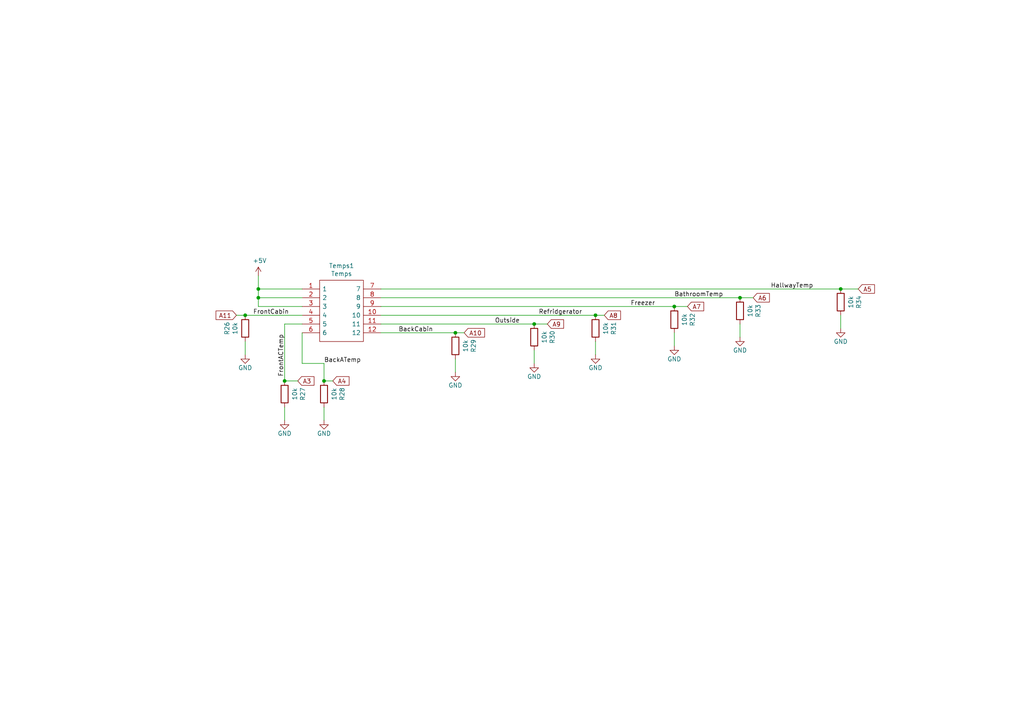
<source format=kicad_sch>
(kicad_sch (version 20231120) (generator "eeschema") (generator_version "8.0")
  (paper "A4")
  (lib_symbols
    (symbol "Device:R" (pin_numbers hide) (pin_names (offset 0))
      (property "Reference" "R" (at 2.032 0 90))
      (property "Value" "R" (at 0 0 90))
      (symbol "R_0_1"
        (rectangle (start -1.016 -2.54) (end 1.016 2.54) (stroke (width 0.254)))
      )
      (symbol "R_1_1"
        (pin passive line (at 0 3.81 270) (length 1.27) (name "~") (number "1"))
        (pin passive line (at 0 -3.81 90) (length 1.27) (name "~") (number "2"))
      )
    )
    (symbol "SamacSys_Parts:1727751" (pin_names (offset 0.762))
      (property "Reference" "J" (at 19.05 7.62 0))
      (property "Value" "SamacSys_Parts_1727751" (at 19.05 5.08 0))
      (symbol "1727751_0_0"
        (pin passive line (at 0 0 0) (length 5.08) (name "1") (number "1"))
        (pin passive line (at 22.86 -7.62 180) (length 5.08) (name "10") (number "10"))
        (pin passive line (at 22.86 -10.16 180) (length 5.08) (name "11") (number "11"))
        (pin passive line (at 22.86 -12.7 180) (length 5.08) (name "12") (number "12"))
        (pin passive line (at 0 -2.54 0) (length 5.08) (name "2") (number "2"))
        (pin passive line (at 0 -5.08 0) (length 5.08) (name "3") (number "3"))
        (pin passive line (at 0 -7.62 0) (length 5.08) (name "4") (number "4"))
        (pin passive line (at 0 -10.16 0) (length 5.08) (name "5") (number "5"))
        (pin passive line (at 0 -12.7 0) (length 5.08) (name "6") (number "6"))
        (pin passive line (at 22.86 0 180) (length 5.08) (name "7") (number "7"))
        (pin passive line (at 22.86 -2.54 180) (length 5.08) (name "8") (number "8"))
        (pin passive line (at 22.86 -5.08 180) (length 5.08) (name "9") (number "9"))
      )
      (symbol "1727751_0_1"
        (polyline (pts (xy 5.08 2.54) (xy 17.78 2.54) (xy 17.78 -15.24) (xy 5.08 -15.24) (xy 5.08 2.54)) (stroke (width 0.1524)))
      )
    )
    (symbol "power:+5V" (power) (pin_names (offset 0))
      (property "Value" "+5V" (at 0 3.556 0))
      (symbol "+5V_0_1"
        (polyline (pts (xy -0.762 1.27) (xy 0 2.54)))
        (polyline (pts (xy 0 0) (xy 0 2.54)))
        (polyline (pts (xy 0 2.54) (xy 0.762 1.27)))
      )
      (symbol "+5V_1_1"
        (pin power_in line (at 0 0 90) (length 0) hide (name "+5V") (number "1"))
      )
    )
    (symbol "power:GND" (power) (pin_names (offset 0))
      (property "Value" "GND" (at 0 -3.81 0))
      (symbol "GND_0_1"
        (polyline (pts (xy 0 0) (xy 0 -1.27) (xy 1.27 -1.27) (xy 0 -2.54) (xy -1.27 -1.27) (xy 0 -1.27)))
      )
      (symbol "GND_1_1"
        (pin power_in line (at 0 0 270) (length 0) hide (name "GND") (number "1"))
      )
    )
  )
  (junction (at 82.55 110.49))
  (junction (at 154.94 93.98))
  (junction (at 74.93 83.82))
  (junction (at 243.84 83.82))
  (junction (at 74.93 86.36))
  (junction (at 93.98 110.49))
  (junction (at 172.72 91.44))
  (junction (at 71.12 91.44))
  (junction (at 132.08 96.52))
  (junction (at 195.58 88.9))
  (junction (at 214.63 86.36))
  (wire (pts (xy 87.63 88.9) (xy 74.93 88.9)))
  (wire (pts (xy 74.93 88.9) (xy 74.93 86.36)))
  (wire (pts (xy 71.12 91.44) (xy 87.63 91.44)))
  (wire (pts (xy 110.49 93.98) (xy 154.94 93.98)))
  (wire (pts (xy 110.49 88.9) (xy 195.58 88.9)))
  (wire (pts (xy 243.84 83.82) (xy 248.92 83.82)))
  (wire (pts (xy 132.08 96.52) (xy 134.62 96.52)))
  (wire (pts (xy 74.93 83.82) (xy 87.63 83.82)))
  (wire (pts (xy 195.58 100.33) (xy 195.58 96.52)))
  (wire (pts (xy 82.55 93.98) (xy 87.63 93.98)))
  (wire (pts (xy 195.58 88.9) (xy 199.39 88.9)))
  (wire (pts (xy 74.93 86.36) (xy 74.93 83.82)))
  (wire (pts (xy 110.49 86.36) (xy 214.63 86.36)))
  (wire (pts (xy 87.63 96.52) (xy 87.63 105.41)))
  (wire (pts (xy 93.98 121.92) (xy 93.98 118.11)))
  (wire (pts (xy 82.55 110.49) (xy 86.36 110.49)))
  (wire (pts (xy 74.93 80.01) (xy 74.93 83.82)))
  (wire (pts (xy 132.08 107.95) (xy 132.08 104.14)))
  (wire (pts (xy 172.72 102.87) (xy 172.72 99.06)))
  (wire (pts (xy 214.63 97.79) (xy 214.63 93.98)))
  (wire (pts (xy 214.63 86.36) (xy 218.44 86.36)))
  (wire (pts (xy 243.84 95.25) (xy 243.84 91.44)))
  (wire (pts (xy 110.49 96.52) (xy 132.08 96.52)))
  (wire (pts (xy 87.63 86.36) (xy 74.93 86.36)))
  (wire (pts (xy 87.63 105.41) (xy 93.98 105.41)))
  (wire (pts (xy 71.12 102.87) (xy 71.12 99.06)))
  (wire (pts (xy 172.72 91.44) (xy 175.26 91.44)))
  (wire (pts (xy 71.12 91.44) (xy 68.58 91.44)))
  (wire (pts (xy 93.98 110.49) (xy 96.52 110.49)))
  (wire (pts (xy 154.94 93.98) (xy 158.75 93.98)))
  (wire (pts (xy 110.49 91.44) (xy 172.72 91.44)))
  (wire (pts (xy 154.94 105.41) (xy 154.94 101.6)))
  (wire (pts (xy 82.55 110.49) (xy 82.55 93.98)))
  (wire (pts (xy 110.49 83.82) (xy 243.84 83.82)))
  (wire (pts (xy 82.55 121.92) (xy 82.55 118.11)))
  (wire (pts (xy 93.98 105.41) (xy 93.98 110.49)))
  (label "BathroomTemp" (at 195.58 86.36 0))
  (label "FrontACTemp" (at 82.55 109.22 90))
  (label "Refridgerator" (at 156.21 91.44 0))
  (label "Outside" (at 143.51 93.98 0))
  (label "FrontCabin" (at 83.82 91.44 180))
  (label "BackCabin" (at 115.57 96.52 0))
  (label "HallwayTemp" (at 223.52 83.82 0))
  (label "BackATemp" (at 93.98 105.41 0))
  (label "Freezer" (at 182.88 88.9 0))
  (global_label "A9" (shape input) (at 158.75 93.98 0) (property "Intersheetrefs" "${INTERSHEET_REFS}" (effects (hide yes))))
  (global_label "A8" (shape input) (at 175.26 91.44 0) (property "Intersheetrefs" "${INTERSHEET_REFS}" (effects (hide yes))))
  (global_label "A11" (shape input) (at 68.58 91.44 180) (property "Intersheetrefs" "${INTERSHEET_REFS}" (effects (hide yes))))
  (global_label "A7" (shape input) (at 199.39 88.9 0) (property "Intersheetrefs" "${INTERSHEET_REFS}" (effects (hide yes))))
  (global_label "A4" (shape input) (at 96.52 110.49 0) (property "Intersheetrefs" "${INTERSHEET_REFS}" (effects (hide yes))))
  (global_label "A10" (shape input) (at 134.62 96.52 0) (property "Intersheetrefs" "${INTERSHEET_REFS}" (effects (hide yes))))
  (global_label "A6" (shape input) (at 218.44 86.36 0) (property "Intersheetrefs" "${INTERSHEET_REFS}" (effects (hide yes))))
  (global_label "A3" (shape input) (at 86.36 110.49 0) (property "Intersheetrefs" "${INTERSHEET_REFS}" (effects (hide yes))))
  (global_label "A5" (shape input) (at 248.92 83.82 0) (property "Intersheetrefs" "${INTERSHEET_REFS}" (effects (hide yes))))
  (symbol (lib_id "SamacSys_Parts:1727751") (at 87.63 83.82 0) (unit 1)
    (property "Reference" "Temps1" (at 99.06 77.089 0))
    (property "Value" "Temps" (at 99.06 79.4004 0))
    (property "Footprint" "SamacSys_Parts:1727751" (effects (hide yes)))
    (property "Datasheet" "https://www.phoenixcontact.com/pxc-oc-itemdetail-pdf-web/eshop?lineItemType=LineItem&UID=1727751" (effects (hide yes)))
    (property "Description" "PCB Terminal Block 1727751" (effects (hide yes)))
    (property "Height" "24.1" (effects (hide yes)))
    (property "Mouser Part Number" "651-1727751" (effects (hide yes)))
    (property "Mouser Price/Stock" "https://www.mouser.co.uk/ProductDetail/Phoenix-Contact/1727751?qs=tW%2FRIINyXrem9edff%2FW2fg%3D%3D" (effects (hide yes)))
    (property "Manufacturer_Name" "Phoenix Contact" (effects (hide yes)))
    (property "Manufacturer_Part_Number" "1727751" (effects (hide yes)))
  )
  (symbol (lib_id "power:GND") (at 82.55 121.92 0) (unit 1)
    (property "Reference" "#PWR076" (effects (hide yes)))
    (property "Value" "GND" (at 82.55 125.73 0))
  )
  (symbol (lib_id "power:GND") (at 93.98 121.92 0) (unit 1)
    (property "Reference" "#PWR077" (effects (hide yes)))
    (property "Value" "GND" (at 93.98 125.73 0))
  )
  (symbol (lib_id "power:GND") (at 243.84 95.25 0) (unit 1)
    (property "Reference" "#PWR083" (effects (hide yes)))
    (property "Value" "GND" (at 243.84 99.06 0))
  )
  (symbol (lib_id "power:GND") (at 214.63 97.79 0) (unit 1)
    (property "Reference" "#PWR082" (effects (hide yes)))
    (property "Value" "GND" (at 214.63 101.6 0))
  )
  (symbol (lib_id "power:GND") (at 195.58 100.33 0) (unit 1)
    (property "Reference" "#PWR081" (effects (hide yes)))
    (property "Value" "GND" (at 195.58 104.14 0))
  )
  (symbol (lib_id "power:GND") (at 172.72 102.87 0) (unit 1)
    (property "Reference" "#PWR080" (effects (hide yes)))
    (property "Value" "GND" (at 172.72 106.68 0))
  )
  (symbol (lib_id "power:GND") (at 154.94 105.41 0) (unit 1)
    (property "Reference" "#PWR079" (effects (hide yes)))
    (property "Value" "GND" (at 154.94 109.22 0))
  )
  (symbol (lib_id "power:GND") (at 132.08 107.95 0) (unit 1)
    (property "Reference" "#PWR078" (effects (hide yes)))
    (property "Value" "GND" (at 132.08 111.76 0))
  )
  (symbol (lib_id "power:+5V") (at 74.93 80.01 0) (unit 1)
    (property "Reference" "#PWR075" (effects (hide yes)))
    (property "Value" "+5V" (at 75.311 75.6158 0))
  )
  (symbol (lib_id "Device:R") (at 154.94 97.79 180) (unit 1)
    (property "Reference" "R30" (at 160.1978 97.79 90))
    (property "Value" "10k" (at 157.8864 97.79 90))
    (property "Footprint" "Resistor_SMD:R_1206_3216Metric_Pad1.30x1.75mm_HandSolder" (effects (hide yes)))
  )
  (symbol (lib_id "Device:R") (at 132.08 100.33 180) (unit 1)
    (property "Reference" "R29" (at 137.3378 100.33 90))
    (property "Value" "10k" (at 135.0264 100.33 90))
    (property "Footprint" "Resistor_SMD:R_1206_3216Metric_Pad1.30x1.75mm_HandSolder" (effects (hide yes)))
  )
  (symbol (lib_id "Device:R") (at 172.72 95.25 180) (unit 1)
    (property "Reference" "R31" (at 177.9778 95.25 90))
    (property "Value" "10k" (at 175.6664 95.25 90))
    (property "Footprint" "Resistor_SMD:R_1206_3216Metric_Pad1.30x1.75mm_HandSolder" (effects (hide yes)))
  )
  (symbol (lib_id "Device:R") (at 195.58 92.71 180) (unit 1)
    (property "Reference" "R32" (at 200.8378 92.71 90))
    (property "Value" "10k" (at 198.5264 92.71 90))
    (property "Footprint" "Resistor_SMD:R_1206_3216Metric_Pad1.30x1.75mm_HandSolder" (effects (hide yes)))
  )
  (symbol (lib_id "Device:R") (at 214.63 90.17 180) (unit 1)
    (property "Reference" "R33" (at 219.8878 90.17 90))
    (property "Value" "10k" (at 217.5764 90.17 90))
    (property "Footprint" "Resistor_SMD:R_1206_3216Metric_Pad1.30x1.75mm_HandSolder" (effects (hide yes)))
  )
  (symbol (lib_id "Device:R") (at 243.84 87.63 180) (unit 1)
    (property "Reference" "R34" (at 249.0978 87.63 90))
    (property "Value" "10k" (at 246.7864 87.63 90))
    (property "Footprint" "Resistor_SMD:R_1206_3216Metric_Pad1.30x1.75mm_HandSolder" (effects (hide yes)))
  )
  (symbol (lib_id "Device:R") (at 93.98 114.3 180) (unit 1)
    (property "Reference" "R28" (at 99.2378 114.3 90))
    (property "Value" "10k" (at 96.9264 114.3 90))
    (property "Footprint" "Resistor_SMD:R_1206_3216Metric_Pad1.30x1.75mm_HandSolder" (effects (hide yes)))
  )
  (symbol (lib_id "Device:R") (at 82.55 114.3 180) (unit 1)
    (property "Reference" "R27" (at 87.8078 114.3 90))
    (property "Value" "10k" (at 85.4964 114.3 90))
    (property "Footprint" "Resistor_SMD:R_1206_3216Metric_Pad1.30x1.75mm_HandSolder" (effects (hide yes)))
  )
  (symbol (lib_id "power:GND") (at 71.12 102.87 0) (mirror y) (unit 1)
    (property "Reference" "#PWR074" (effects (hide yes)))
    (property "Value" "GND" (at 71.12 106.68 0))
  )
  (symbol (lib_id "Device:R") (at 71.12 95.25 0) (mirror x) (unit 1)
    (property "Reference" "R26" (at 65.8622 95.25 90))
    (property "Value" "10k" (at 68.1736 95.25 90))
    (property "Footprint" "Resistor_SMD:R_1206_3216Metric_Pad1.30x1.75mm_HandSolder" (effects (hide yes)))
  )
)
</source>
